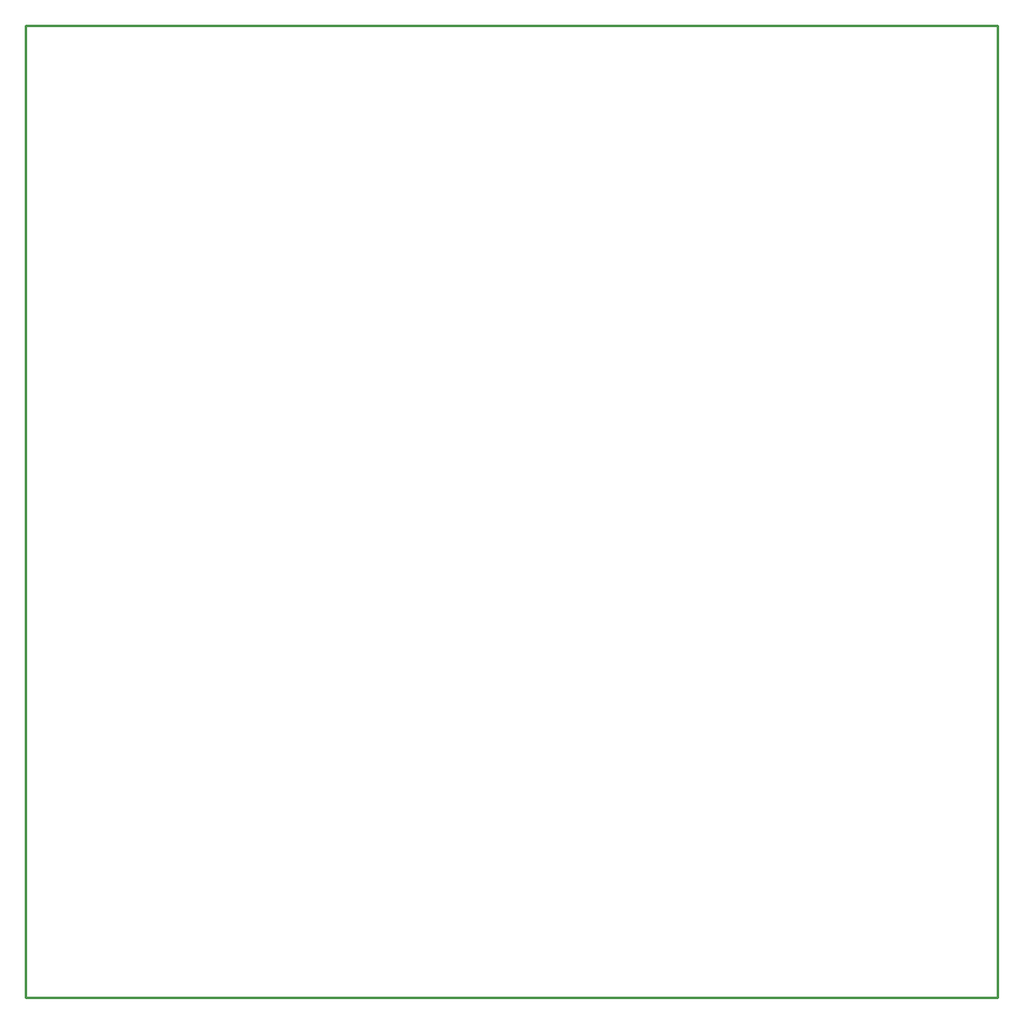
<source format=gbr>
G04 EAGLE Gerber RS-274X export*
G75*
%MOMM*%
%FSLAX34Y34*%
%LPD*%
%IN*%
%IPPOS*%
%AMOC8*
5,1,8,0,0,1.08239X$1,22.5*%
G01*
%ADD10C,0.254000*%


D10*
X-1000000Y-500000D02*
X0Y-500000D01*
X0Y500000D01*
X-1000000Y500000D01*
X-1000000Y-500000D01*
M02*

</source>
